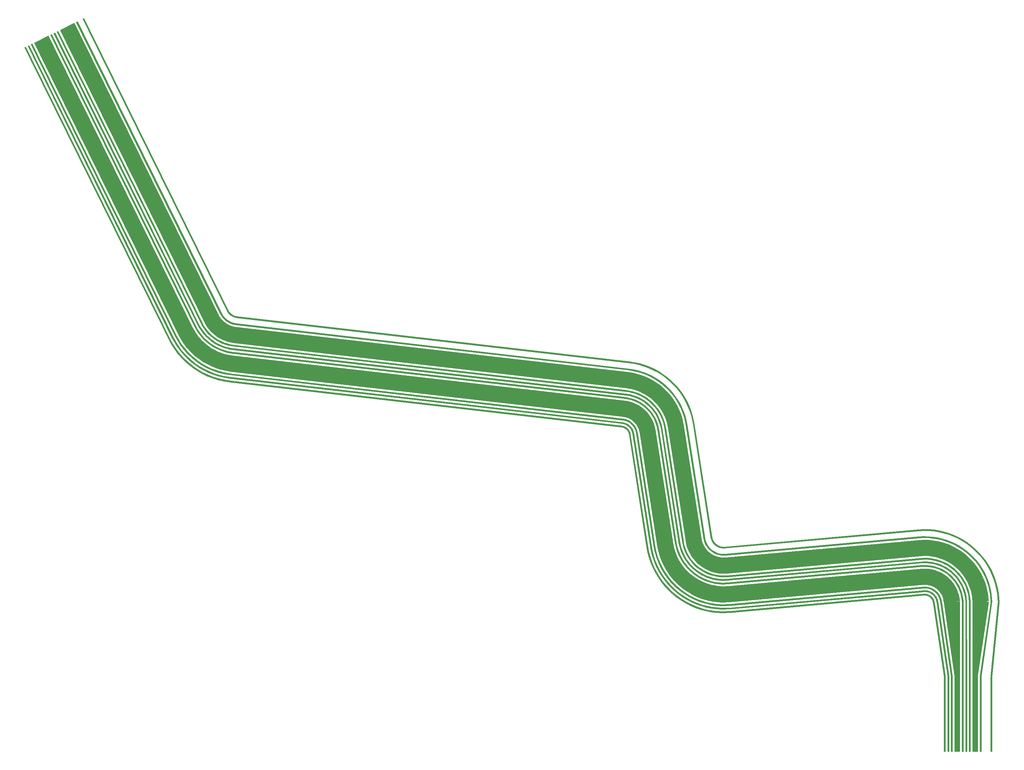
<source format=gbr>
G04 AutoGERB 2.0 for AutoCAD 14*
G04 RS274-X Output *
%FSLAX34Y34*%
%MOMM*%
%ADD12C,0.005000*%
%ADD13C,0.007000*%
G36*X830884Y2599521D02*X1231228Y1788546D01*X1232320Y1786516*X1233527Y1784603*X1234864Y1782779*X1236324Y1781053*X1237901Y1779433*X1239588Y1777925*X1241374Y1776539*X1243254Y1775280*X1245215Y1774155*X1247250Y1773170*X1249349Y1772328*X1251502Y1771634*X1253683Y1771095*X1256725Y1770600*X2345990Y1645016*X2360225Y1642872*X2374319Y1639732*X2388160Y1635620*X2401682Y1630555*X2414819Y1624563*X2427507Y1617671*X2439686Y1609913*X2451295Y1601328*X2462279Y1591956*X2472585Y1581842*X2482162Y1571037*X2490965Y1559591*X2498951Y1547562*X2506080Y1535005*X2512320Y1521983*X2517639Y1508559*X2522020Y1494768*X2527210Y1470811*X2575917Y1157257*X2576351Y1154992*X2576928Y1152807*X2577657Y1150666*X2578533Y1148581*X2579552Y1146562*X2580709Y1144619*X2581998Y1142761*X2583413Y1140997*X2584947Y1139336*X2586593Y1137785*X2588343Y1136353*X2590189Y1135046*X2592121Y1133870*X2594130Y1132831*X2596206Y1131935*X2598340Y1131186*X2600521Y1130586*X2602737Y1130140*X2604980Y1129849*X2607210Y1129716*X2611015Y1129839*X3148224Y1178050*X3162599Y1178838*X3177037Y1178623*X3191424Y1177404*X3205692Y1175188*X3219772Y1171985*X3233595Y1167811*X3247093Y1162685*X3260202Y1156633*X3272860Y1149684*X3285003Y1141872*X3296574Y1133234*X3307516Y1123812*X3317775Y1113653*X3327304Y1102804*X3336056Y1091319*X3343986Y1079253*X3351060Y1066665*X3357240Y1053615*X3362499Y1040168*X3366809Y1026387*X3370149Y1012339*X3372509Y998070*X3374171Y976071*X3369186Y975695*X3367540Y997473*X3365244Y1011352*X3361984Y1025060*X3357778Y1038509*X3352647Y1051632*X3346615Y1064368*X3339713Y1076652*X3331973Y1088428*X3323433Y1099635*X3314134Y1110222*X3304121Y1120137*X3293443Y1129331*X3282152Y1137761*X3270301Y1145385*X3257949Y1152166*X3245156Y1158072*X3231982Y1163074*X3218493Y1167148*X3204753Y1170273*X3190829Y1172437*X3176788Y1173626*X3162698Y1173835*X3148585Y1173063*X2611320Y1124846*X2607141Y1124711*X2604509Y1124868*X2601922Y1125203*X2599362Y1125719*X2596847Y1126411*X2594385Y1127276*X2591989Y1128310*X2589670Y1129509*X2587442Y1130865*X2585312Y1132372*X2583292Y1134026*X2581392Y1135815*X2579622Y1137732*X2577989Y1139768*X2576502Y1141912*X2575167Y1144155*X2573992Y1146484*X2572980Y1148889*X2572139Y1151360*X2571472Y1153883*X2570990Y1156404*X2522293Y1469898*X2517183Y1493479*X2512926Y1506880*X2507735Y1519980*X2501647Y1532688*X2494690Y1544941*X2486896Y1556680*X2478305Y1567850*X2468958Y1578395*X2458902Y1588265*X2448182Y1597411*X2436853Y1605790*X2424968Y1613360*X2412586Y1620086*X2399765Y1625934*X2386569Y1630877*X2373062Y1634889*X2359308Y1637953*X2345331Y1640059*X1256038Y1765647*X1252680Y1766192*X1250133Y1766821*X1247650Y1767623*X1245227Y1768593*X1242878Y1769732*X1240615Y1771029*X1238447Y1772482*X1236385Y1774082*X1234440Y1775820*X1232619Y1777690*X1230933Y1779684*X1229392Y1781788*X1227999Y1783995*X1226783Y1786255*X826401Y2597308*X830884Y2599521*G37*G36*X803984Y2586239D02*X1204174Y1775578D01*X1206419Y1771403*X1208739Y1767727*X1211310Y1764219*X1214119Y1760899*X1217149Y1757785*X1220392Y1754887*X1223829Y1752220*X1227440Y1749801*X1231211Y1747639*X1235126Y1745743*X1239162Y1744124*X1243299Y1742790*X1247395Y1741778*X1253751Y1740745*X2342899Y1615174*X2354726Y1613392*X2366784Y1610706*X2378625Y1607188*X2390192Y1602855*X2401430Y1597729*X2412285Y1591833*X2422703Y1585197*X2432635Y1577852*X2442032Y1569834*X2450849Y1561182*X2459042Y1551938*X2466572Y1542147*X2473404Y1531856*X2479503Y1521114*X2484841Y1509975*X2489391Y1498490*X2493216Y1486453*X2497475Y1466792*X2546220Y1152996*X2547110Y1148340*X2548222Y1144137*X2549623Y1140021*X2551307Y1136013*X2553266Y1132130*X2555490Y1128393*X2557968Y1124821*X2560689Y1121430*X2563639Y1118236*X2566804Y1115255*X2570170Y1112500*X2573719Y1109986*X2577432Y1107726*X2581295Y1105730*X2585287Y1104006*X2589390Y1102565*X2593582Y1101412*X2597843Y1100555*X2602157Y1099995*X2606249Y1099751*X2614267Y1100010*X3151252Y1148201*X3163196Y1148856*X3175547Y1148671*X3187854Y1147629*X3200061Y1145734*X3212106Y1142993*X3223930Y1139422*X3235478Y1135037*X3246694Y1129861*X3257522Y1123915*X3267910Y1117232*X3277808Y1109843*X3287169Y1101782*X3295946Y1093091*X3304097Y1083810*X3311584Y1073985*X3318369Y1063663*X3324420Y1052894*X3329708Y1041730*X3334205Y1030226*X3337892Y1018438*X3340751Y1006420*X3342795Y994061*X3344093Y977654*X3299232Y974115*X3298086Y988606*X3296610Y997531*X3294477Y1006499*X3291724Y1015299*X3288367Y1023885*X3284421Y1032217*X3279906Y1040254*X3274841Y1047958*X3269254Y1055291*X3263169Y1062218*X3256618Y1068705*X3249633Y1074720*X3242245Y1080235*X3234491Y1085224*X3226411Y1089660*X3218041Y1093524*X3209421Y1096797*X3200595Y1099462*X3191606Y1101507*X3182497Y1102922*X3173310Y1103700*X3164091Y1103837*X3154495Y1103312*X2617006Y1055075*X2605634Y1054708*X2597918Y1055168*X2590500Y1056130*X2583165Y1057607*X2575951Y1059590*X2568892Y1062071*X2562024Y1065035*X2555377Y1068471*X2548986Y1072361*X2542881Y1076685*X2537093Y1081422*X2531646Y1086551*X2526570Y1092047*X2521887Y1097884*X2517623Y1104032*X2513797Y1110459*X2510426Y1117138*X2507528Y1124036*X2505117Y1131118*X2503205Y1138351*X2501873Y1145315*X2453212Y1458567*X2449685Y1474850*X2446978Y1483371*X2443582Y1491942*X2439598Y1500257*X2435047Y1508273*X2429947Y1515954*X2424327Y1523263*X2418212Y1530161*X2411631Y1536619*X2404618Y1542603*X2397206Y1548084*X2389430Y1553038*X2381329Y1557438*X2372941Y1561264*X2364308Y1564497*X2355471Y1567123*X2346473Y1569127*X2336968Y1570559*X1247558Y1696160*X1238374Y1697655*X1230986Y1699479*X1223863Y1701775*X1216921Y1704560*X1210188Y1707820*X1203697Y1711542*X1197480Y1715707*X1191571Y1720292*X1185994Y1725276*X1180774Y1730640*X1175943Y1736352*X1171520Y1742384*X1167526Y1748712*X1164169Y1754957*X763633Y2566320*X803984Y2586239*G37*G36*X759148Y2564108D02*X1159493Y1753133D01*X1163221Y1746200*X1167399Y1739580*X1172027Y1733267*X1177083Y1727290*X1182542Y1721679*X1188380Y1716462*X1194564Y1711664*X1201069Y1707307*X1207859Y1703414*X1214905Y1700001*X1222170Y1697087*X1229622Y1694686*X1237208Y1692811*X1247563Y1691126*X2336827Y1565543*X2345557Y1564228*X2354218Y1562298*X2362723Y1559771*X2371031Y1556659*X2379103Y1552977*X2386900Y1548743*X2394383Y1543976*X2401516Y1538701*X2408265Y1532942*X2414599Y1526727*X2420483Y1520088*X2425892Y1513055*X2430799Y1505663*X2435180Y1497947*X2439014Y1489946*X2442282Y1481697*X2444978Y1473212*X2448158Y1458531*X2496866Y1144977*X2498344Y1137245*X2500345Y1129678*X2502868Y1122267*X2505901Y1115049*X2509427Y1108060*X2513431Y1101334*X2517893Y1094902*X2522792Y1088796*X2528103Y1083045*X2533802Y1077677*X2539860Y1072719*X2546248Y1068195*X2552936Y1064125*X2559890Y1060530*X2567077Y1057428*X2574463Y1054833*X2582011Y1052758*X2589686Y1051212*X2597449Y1050205*X2605235Y1049742*X2618166Y1050159*X3155375Y1098370*X3164191Y1098854*X3173062Y1098721*X3181903Y1097972*X3190670Y1096611*X3199321Y1094643*X3207815Y1092078*X3216109Y1088928*X3224164Y1085210*X3231942Y1080940*X3239403Y1076140*X3246513Y1070832*X3253237Y1065042*X3259540Y1058800*X3265396Y1052134*X3270773Y1045076*X3275646Y1037663*X3279993Y1029927*X3283790Y1021909*X3287021Y1013646*X3289669Y1005178*X3291723Y996546*X3293173Y987779*X3294138Y976088*X3289155Y975677*X3288206Y987164*X3286818Y995559*X3284846Y1003851*X3282300Y1011987*X3279197Y1019926*X3275548Y1027630*X3271373Y1035062*X3266690Y1042185*X3261525Y1048965*X3255899Y1055369*X3249842Y1061367*X3243382Y1066929*X3236552Y1072029*X3229383Y1076641*X3221911Y1080743*X3214172Y1084315*X3206202Y1087341*X3198042Y1089806*X3189731Y1091696*X3181308Y1093005*X3172813Y1093724*X3164290Y1093851*X3155736Y1093383*X2618471Y1045166*X2605168Y1044737*X2596978Y1045224*X2588869Y1046277*X2580854Y1047891*X2572970Y1050058*X2565256Y1052769*X2557749Y1056009*X2550485Y1059764*X2543501Y1064014*X2536829Y1068740*X2530501Y1073918*X2524548Y1079524*X2519001Y1085531*X2513884Y1091909*X2509224Y1098627*X2505042Y1105653*X2501358Y1112952*X2498191Y1120490*X2495556Y1128231*X2493465Y1136136*X2491939Y1144124*X2443241Y1457618*X2440141Y1471923*X2437569Y1480018*X2434429Y1487943*X2430747Y1495630*X2426538Y1503042*X2421823Y1510144*X2416626Y1516901*X2410972Y1523280*X2404888Y1529251*X2398403Y1534784*X2391550Y1539853*X2384361Y1544432*X2376870Y1548500*X2369114Y1552038*X2361132Y1555028*X2352961Y1557455*X2344640Y1559309*X2336168Y1560586*X1246874Y1686173*X1236205Y1687908*X1228253Y1689873*X1220471Y1692382*X1212882Y1695426*X1205524Y1698989*X1198430Y1703056*X1191637Y1707607*X1185177Y1712619*X1179081Y1718068*X1173378Y1723927*X1168098Y1730170*X1163264Y1736765*X1158900Y1743679*X1155048Y1750842*X754665Y2561895*X759148Y2564108*G37*G36*X750182Y2559682D02*X1150526Y1748707D01*X1154583Y1741161*X1159133Y1733952*X1164172Y1727078*X1169678Y1720570*X1175623Y1714460*X1181979Y1708779*X1188713Y1703555*X1195796Y1698811*X1203191Y1694571*X1210862Y1690854*X1218773Y1687682*X1226887Y1685067*X1235148Y1683026*X1246418Y1681192*X2335682Y1555609*X2343724Y1554397*X2351705Y1552619*X2359543Y1550290*X2367200Y1547422*X2374639Y1544029*X2381824Y1540127*X2388720Y1535733*X2395294Y1530872*X2401514Y1525565*X2407350Y1519838*X2412773Y1513719*X2417758Y1507238*X2422281Y1500426*X2426317Y1493315*X2429851Y1485941*X2432862Y1478341*X2435348Y1470518*X2438277Y1456996*X2486984Y1143442*X2488594Y1135027*X2490772Y1126786*X2493519Y1118717*X2496821Y1110858*X2500661Y1103247*X2505021Y1095923*X2509880Y1088919*X2515214Y1082270*X2520998Y1076009*X2527203Y1070164*X2533800Y1064765*X2540756Y1059838*X2548038Y1055406*X2555610Y1051492*X2563436Y1048114*X2571478Y1045289*X2579697Y1043029*X2588054Y1041348*X2596507Y1040250*X2604989Y1039745*X2619060Y1040199*X3156269Y1088410*X3164390Y1088856*X3172566Y1088733*X3180712Y1088043*X3188792Y1086789*X3196765Y1084975*X3204593Y1082611*X3212236Y1079709*X3219659Y1076282*X3226827Y1072347*X3233703Y1067923*X3240256Y1063032*X3246452Y1057696*X3252261Y1051943*X3257657Y1045800*X3262613Y1039297*X3267104Y1032464*X3271110Y1025335*X3274609Y1017946*X3277587Y1010331*X3280027Y1002527*X3281919Y994572*X3283255Y986493*X3284131Y976092*X3279148Y975674*X3278290Y985874*X3277014Y993585*X3275202Y1001200*X3272866Y1008672*X3270016Y1015963*X3266665Y1023038*X3262831Y1029863*X3258530Y1036404*X3253786Y1042631*X3248620Y1048512*X3243057Y1054021*X3237125Y1059129*X3230852Y1063812*X3224268Y1068048*X3217406Y1071815*X3210299Y1075096*X3202980Y1077874*X3195486Y1080138*X3187853Y1081874*X3180117Y1083076*X3172317Y1083736*X3164489Y1083853*X3156630Y1083423*X2619365Y1035206*X2604920Y1034740*X2596036Y1035269*X2587237Y1036411*X2578540Y1038162*X2569985Y1040514*X2561615Y1043455*X2553469Y1046971*X2545587Y1051045*X2538007Y1055657*X2530767Y1060786*X2523902Y1066405*X2517443Y1072488*X2511423Y1079005*X2505871Y1085926*X2500814Y1093216*X2496276Y1100840*X2492278Y1108761*X2488842Y1116940*X2485983Y1125339*X2483715Y1133918*X2482057Y1142589*X2433358Y1456083*X2430511Y1469229*X2428149Y1476660*X2425266Y1483938*X2421884Y1490998*X2418018Y1497805*X2413689Y1504327*X2408916Y1510532*X2403723Y1516391*X2398137Y1521874*X2392181Y1526955*X2385887Y1531610*X2379285Y1535816*X2372406Y1539552*X2365283Y1542801*X2357952Y1545547*X2350448Y1547776*X2342807Y1549478*X2335023Y1550652*X1245729Y1676239*X1234145Y1678123*X1225518Y1680254*X1217074Y1682977*X1208839Y1686279*X1200854Y1690146*X1193157Y1694560*X1185786Y1699498*X1178776Y1704936*X1172162Y1710849*X1165973Y1717207*X1160243Y1723981*X1154998Y1731137*X1150262Y1738640*X1146081Y1746416*X745699Y2557469*X750182Y2559682*G37*G36*X741215Y2555255D02*X1141559Y1744280D01*X1145946Y1736121*X1150867Y1728324*X1156318Y1720889*X1162273Y1713850*X1168703Y1707241*X1175578Y1701097*X1182862Y1695445*X1190523Y1690314*X1198521Y1685728*X1206819Y1681708*X1215376Y1678276*X1224152Y1675448*X1233089Y1673240*X1245272Y1671258*X2334537Y1545674*X2341890Y1544567*X2349192Y1542940*X2356363Y1540809*X2363369Y1538185*X2370174Y1535081*X2376748Y1531511*X2383057Y1527491*X2389072Y1523044*X2394762Y1518188*X2400102Y1512949*X2405063Y1507351*X2409624Y1501421*X2413762Y1495189*X2417454Y1488683*X2420688Y1481937*X2423443Y1474982*X2425717Y1467824*X2428395Y1455461*X2477103Y1141907*X2478843Y1132808*X2481199Y1123895*X2484171Y1115167*X2487742Y1106666*X2491895Y1098435*X2496611Y1090512*X2501867Y1082937*X2507637Y1075745*X2513892Y1068972*X2520604Y1062650*X2527739Y1056811*X2535264Y1051482*X2543140Y1046688*X2551330Y1042455*X2559795Y1038801*X2568494Y1035745*X2577384Y1033301*X2586423Y1031481*X2595566Y1030294*X2604742Y1029748*X2619954Y1030239*X3157162Y1078450*X3164589Y1078858*X3172069Y1078746*X3179522Y1078114*X3186914Y1076967*X3194209Y1075307*X3201370Y1073145*X3208363Y1070489*X3215155Y1067354*X3221712Y1063754*X3228003Y1059706*X3233998Y1055231*X3239667Y1050350*X3244982Y1045087*X3249918Y1039466*X3254453Y1033517*X3258561Y1027265*X3262226Y1020743*X3265428Y1013983*X3268152Y1007016*X3270384Y999876*X3272116Y992598*X3273338Y985208*X3274122Y976097*X3269141Y975669*X3268373Y984585*X3267211Y991611*X3265561Y998549*X3263431Y1005357*X3260835Y1012000*X3257781Y1018446*X3254288Y1024664*X3250370Y1030624*X3246047Y1036297*X3241341Y1041656*X3236272Y1046675*X3230867Y1051328*X3225152Y1055595*X3219153Y1059455*X3212902Y1062887*X3206426Y1065876*X3199757Y1068408*X3192930Y1070470*X3185975Y1072052*X3178927Y1073147*X3171820Y1073749*X3164688Y1073855*X3157523Y1073463*X2620259Y1025246*X2604673Y1024743*X2595095Y1025313*X2585606Y1026546*X2576227Y1028434*X2567001Y1030970*X2557974Y1034142*X2549189Y1037934*X2540689Y1042327*X2532515Y1047301*X2524708Y1052832*X2517303Y1058891*X2510337Y1065451*X2503846Y1072480*X2497858Y1079944*X2492404Y1087805*X2487510Y1096028*X2483199Y1104569*X2479494Y1113390*X2476410Y1122448*X2473964Y1131699*X2472176Y1141054*X2423478Y1454548*X2420880Y1466535*X2418730Y1473303*X2416103Y1479934*X2413021Y1486366*X2409499Y1492568*X2405555Y1498510*X2401206Y1504164*X2396475Y1509502*X2391385Y1514497*X2385959Y1519127*X2380224Y1523368*X2374209Y1527200*X2367941Y1530604*X2361452Y1533564*X2354772Y1536066*X2347935Y1538097*X2340973Y1539648*X2333878Y1540717*X1244583Y1666305*X1232086Y1668337*X1222783Y1670635*X1213677Y1673571*X1204796Y1677133*X1196184Y1681303*X1187884Y1686063*X1179935Y1691388*X1172375Y1697254*X1165242Y1703630*X1158568Y1710487*X1152389Y1717792*X1146732Y1725509*X1141625Y1733600*X1137114Y1741989*X736732Y2553042*X741215Y2555255*G37*G36*X732249Y2550826D02*X1132437Y1740166D01*X1137319Y1731089*X1142611Y1722703*X1148473Y1714707*X1154877Y1707138*X1161792Y1700031*X1169184Y1693424*X1177018Y1687346*X1185255Y1681828*X1193857Y1676896*X1202780Y1672574*X1211982Y1668883*X1221419Y1665842*X1230921Y1663494*X1244588Y1661271*X2333737Y1535701*X2340060Y1534747*X2346682Y1533272*X2353186Y1531340*X2359540Y1528961*X2365715Y1526144*X2371678Y1522905*X2377403Y1519259*X2382858Y1515224*X2388018Y1510821*X2392861Y1506068*X2397364Y1500988*X2401499Y1495611*X2405252Y1489959*X2408603Y1484057*X2411536Y1477936*X2414034Y1471628*X2416173Y1464896*X2418423Y1454512*X2467168Y1140716*X2469103Y1130594*X2471638Y1121008*X2474834Y1111621*X2478674Y1102480*X2483140Y1093628*X2488211Y1085109*X2493863Y1076963*X2500069Y1069228*X2506796Y1061944*X2514013Y1055146*X2521685Y1048867*X2529777Y1043136*X2538247Y1037982*X2547055Y1033429*X2556158Y1029500*X2565513Y1026213*X2575074Y1023584*X2584793Y1021628*X2594626Y1020351*X2604274Y1019777*X2621418Y1020330*X3158404Y1068522*X3164787Y1068871*X3171571Y1068770*X3178335Y1068197*X3185037Y1067156*X3191654Y1065652*X3198152Y1063689*X3204495Y1061280*X3210655Y1058437*X3216603Y1055171*X3222309Y1051501*X3227748Y1047440*X3232889Y1043013*X3237711Y1038239*X3242189Y1033140*X3246302Y1027743*X3250030Y1022072*X3253353Y1016157*X3256258Y1010023*X3258728Y1003703*X3260753Y997229*X3262414Y990248*X3263905Y978781*X3219279Y972988*X3218093Y982117*X3217338Y985290*X3216247Y988778*X3214917Y992180*X3213354Y995480*X3211565Y998663*X3209559Y1001716*X3207346Y1004621*X3204936Y1007364*X3202340Y1009934*X3199571Y1012319*X3196646Y1014502*X3193574Y1016478*X3190372Y1018236*X3187056Y1019767*X3183641Y1021064*X3180147Y1022119*X3176586Y1022929*X3172974Y1023490*X3169336Y1023799*X3165684Y1023852*X3161645Y1023631*X2624157Y975395*X2603661Y974734*X2590387Y975524*X2577448Y977203*X2564655Y979779*X2552074Y983238*X2539763Y987563*X2527784Y992734*X2516192Y998725*X2505046Y1005509*X2494398Y1013050*X2484300Y1021315*X2474801Y1030261*X2465948Y1039847*X2457784Y1050024*X2450346Y1060744*X2443671Y1071957*X2437793Y1083607*X2432739Y1095636*X2428535Y1107989*X2425198Y1120603*X2422821Y1133035*X2374160Y1446287*X2372642Y1453295*X2371621Y1456511*X2370275Y1459907*X2368698Y1463200*X2366895Y1466374*X2364874Y1469418*X2362647Y1472315*X2360226Y1475047*X2357619Y1477604*X2354839Y1479975*X2351902Y1482148*X2348823Y1484110*X2345614Y1485853*X2342291Y1487368*X2338871Y1488649*X2335369Y1489689*X2331803Y1490484*X2327804Y1491086*X1238395Y1616686*X1221896Y1619371*X1209106Y1622531*X1196687Y1626534*X1184575Y1631391*X1172832Y1637079*X1161512Y1643569*X1150671Y1650831*X1140363Y1658829*X1130633Y1667526*X1121534Y1676877*X1113106Y1686838*X1105392Y1697362*X1098428Y1708396*X1092434Y1719543*X691898Y2530907*X732249Y2550826*G37*G36*X687413Y2528695D02*X1087758Y1717721D01*X1094122Y1705885*X1101271Y1694557*X1109190Y1683754*X1117842Y1673527*X1127184Y1663927*X1137171Y1655000*X1147755Y1646789*X1158884Y1639334*X1170505Y1632671*X1182560Y1626832*X1194992Y1621846*X1207742Y1617737*X1220732Y1614527*X1238400Y1611653*X2327664Y1486069*X2330890Y1485584*X2334116Y1484865*X2337285Y1483923*X2340380Y1482764*X2343387Y1481392*X2346292Y1479814*X2349080Y1478038*X2351738Y1476073*X2354252Y1473928*X2356612Y1471612*X2358804Y1469139*X2360819Y1466519*X2362648Y1463765*X2364279Y1460890*X2365708Y1457909*X2366925Y1454836*X2367935Y1451657*X2369106Y1446252*X2417814Y1132697*X2420338Y1119497*X2423762Y1106548*X2428079Y1093868*X2433267Y1081518*X2439301Y1069558*X2446153Y1058048*X2453788Y1047042*X2462171Y1036594*X2471259Y1026754*X2481010Y1017570*X2491377Y1009086*X2502307Y1001344*X2513751Y994380*X2525650Y988229*X2537948Y982920*X2550586Y978480*X2563502Y974930*X2576634Y972286*X2589918Y970562*X2603262Y969767*X2625317Y970480*X3162525Y1018690*X3165783Y1018869*X3169087Y1018820*X3172381Y1018541*X3175648Y1018033*X3178871Y1017300*X3182035Y1016345*X3185125Y1015172*X3188127Y1013786*X3191024Y1012195*X3193803Y1010407*X3196453Y1008430*X3198958Y1006272*X3201307Y1003947*X3203487Y1001463*X3205491Y998835*X3207306Y996072*X3208926Y993190*X3210340Y990203*X3211544Y987125*X3212530Y983970*X3213300Y980737*X3213974Y976254*X3209029Y975512*X3208387Y979784*X3207707Y982643*X3206823Y985466*X3205747Y988220*X3204481Y990893*X3203033Y993471*X3201408Y995942*X3199616Y998294*X3197664Y1000516*X3195563Y1002597*X3193322Y1004527*X3190952Y1006296*X3188465Y1007896*X3185872Y1009319*X3183188Y1010559*X3180424Y1011608*X3177592Y1012463*X3174709Y1013120*X3171786Y1013574*X3168840Y1013823*X3165882Y1013866*X3162886Y1013703*X2625622Y965487*X2603193Y964762*X2589447Y965581*X2575817Y967349*X2562345Y970063*X2549093Y973705*X2536127Y978261*X2523509Y983708*X2511300Y990019*X2499560Y997163*X2488344Y1005107*X2477709Y1013811*X2467704Y1023233*X2458380Y1033329*X2449779Y1044049*X2441946Y1055341*X2434916Y1067151*X2428724Y1079421*X2423402Y1092091*X2418973Y1105101*X2415459Y1118388*X2412887Y1131844*X2364189Y1445337*X2363098Y1450368*X2362212Y1453157*X2361123Y1455906*X2359846Y1458573*X2358385Y1461144*X2356750Y1463608*X2354947Y1465952*X2352985Y1468165*X2350875Y1470237*X2348625Y1472156*X2346247Y1473915*X2343753Y1475503*X2341154Y1476915*X2338463Y1478143*X2335694Y1479180*X2332859Y1480022*X2329973Y1480665*X2327005Y1481112*X1237711Y1606700*X1219729Y1609624*X1206373Y1612924*X1193293Y1617141*X1180537Y1622257*X1168168Y1628246*X1156245Y1635083*X1144828Y1642732*X1133968Y1651157*X1123723Y1660316*X1114137Y1670164*X1105261Y1680657*X1097136Y1691742*X1089801Y1703364*X1083313Y1715430*X682930Y2526482*X687413Y2528695*G37*G36*X678446Y2524269D02*X1078791Y1713294D01*X1085485Y1700845*X1093005Y1688929*X1101336Y1677565*X1110437Y1666807*X1120264Y1656708*X1130770Y1647317*X1141903Y1638680*X1153611Y1630837*X1165834Y1623829*X1178517Y1617686*X1191595Y1612441*X1205007Y1608118*X1218673Y1604741*X1237254Y1601719*X2326519Y1476135*X2329056Y1475753*X2331604Y1475186*X2334105Y1474442*X2336549Y1473527*X2338924Y1472444*X2341216Y1471198*X2343417Y1469796*X2345515Y1468245*X2347501Y1466551*X2349362Y1464723*X2351094Y1462771*X2352685Y1460702*X2354129Y1458527*X2355416Y1456258*X2356545Y1453905*X2357506Y1451478*X2358305Y1448962*X2359225Y1444716*X2407932Y1131162*X2410587Y1117280*X2414189Y1103657*X2418730Y1090318*X2424188Y1077326*X2430536Y1064746*X2437743Y1052638*X2445775Y1041060*X2454593Y1030069*X2464154Y1019718*X2474411Y1010056*X2485316Y1001131*X2496814Y992987*X2508852Y985661*X2521370Y979191*X2534307Y973607*X2547601Y968936*X2561188Y965201*X2575003Y962420*X2588976Y960606*X2603014Y959770*X2626210Y960520*X3163419Y1008730*X3165982Y1008871*X3168590Y1008832*X3171191Y1008612*X3173770Y1008212*X3176315Y1007633*X3178813Y1006877*X3181252Y1005952*X3183621Y1004858*X3185909Y1003602*X3188103Y1002190*X3190195Y1000629*X3192173Y998926*X3194026Y997090*X3195749Y995130*X3197331Y993053*X3198763Y990873*X3200041Y988599*X3201159Y986240*X3202110Y983809*X3202889Y981319*X3203492Y978780*X3203903Y976290*X3198970Y975476*X3198587Y977793*X3198064Y979992*X3197389Y982150*X3196566Y984257*X3195598Y986300*X3194490Y988272*X3193248Y990162*X3191878Y991961*X3190385Y993659*X3188778Y995251*X3187064Y996726*X3185252Y998079*X3183350Y999303*X3181368Y1000391*X3179315Y1001339*X3177200Y1002142*X3175036Y1002796*X3172831Y1003297*X3170596Y1003645*X3168343Y1003835*X3166081Y1003868*X3163780Y1003743*X2626515Y955527*X2602947Y954765*X2588505Y955625*X2574186Y957485*X2560031Y960334*X2546108Y964161*X2532486Y968948*X2519229Y974670*X2506401Y981300*X2494067Y988806*X2482283Y997152*X2471110Y1006297*X2460599Y1016197*X2450802Y1026804*X2441766Y1038067*X2433536Y1049931*X2426151Y1062339*X2419645Y1075229*X2414053Y1088541*X2409400Y1102210*X2405708Y1116169*X2403005Y1130309*X2354306Y1443803*X2353468Y1447673*X2352793Y1449799*X2351960Y1451902*X2350983Y1453941*X2349866Y1455908*X2348616Y1457791*X2347237Y1459584*X2345737Y1461276*X2344122Y1462860*X2342402Y1464328*X2340584Y1465673*X2338677Y1466887*X2336689Y1467967*X2334632Y1468906*X2332514Y1469699*X2330347Y1470343*X2328139Y1470834*X2325860Y1471178*X1236567Y1596766*X1217670Y1599838*X1203638Y1603305*X1189896Y1607736*X1176494Y1613111*X1163499Y1619404*X1150972Y1626586*X1138976Y1634623*X1127567Y1643474*X1116803Y1653097*X1106732Y1663444*X1097407Y1674468*X1088870Y1686114*X1081164Y1698324*X1074346Y1711003*X673963Y2522056*X678446Y2524269*G37*G36*X669479Y2519842D02*X1069824Y1708868D01*X1076847Y1695806*X1084739Y1683301*X1093481Y1671376*X1103032Y1660087*X1113345Y1649489*X1124369Y1639634*X1136052Y1630570*X1148338Y1622341*X1161166Y1614986*X1174474Y1608540*X1188197Y1603035*X1202272Y1598500*X1216613Y1594956*X1236110Y1591784*X2325374Y1466201*X2327223Y1465923*X2329091Y1465506*X2330924Y1464961*X2332718Y1464290*X2334459Y1463496*X2336140Y1462582*X2337754Y1461554*X2339293Y1460416*X2340748Y1459174*X2342114Y1457834*X2343384Y1456402*X2344551Y1454885*X2345610Y1453291*X2346555Y1451626*X2347381Y1449900*X2348086Y1448122*X2348675Y1446268*X2349344Y1443181*X2398051Y1129627*X2400836Y1115061*X2404616Y1100766*X2409381Y1086768*X2415109Y1073135*X2421770Y1059933*X2429333Y1047227*X2437762Y1035078*X2447015Y1023544*X2457048Y1012682*X2467812Y1002543*X2479256Y993177*X2491322Y984631*X2503954Y976943*X2517090Y970153*X2530666Y964294*X2544617Y959392*X2558875Y955473*X2573371Y952554*X2588035Y950651*X2602768Y949774*X2627104Y950560*X3164313Y998770*X3166181Y998873*X3168093Y998844*X3170001Y998683*X3171892Y998390*X3173758Y997965*X3175591Y997411*X3177380Y996732*X3179116Y995930*X3180794Y995009*X3182403Y993974*X3183937Y992829*X3185387Y991580*X3186747Y990234*X3188010Y988796*X3189170Y987273*X3190221Y985674*X3191159Y984006*X3191978Y982276*X3192675Y980493*X3193249Y978657*X3193756Y976439*X3188881Y975326*X3188418Y977352*X3187954Y978836*X3187385Y980293*X3186714Y981709*X3185948Y983073*X3185087Y984382*X3184139Y985627*X3183106Y986803*X3181994Y987905*X3180806Y988926*X3179552Y989863*X3178235Y990710*X3176863Y991463*X3175441Y992119*X3173978Y992676*X3172479Y993128*X3170953Y993475*X3169406Y993716*X3167846Y993847*X3166280Y993870*X3164674Y993783*X2627409Y945567*X2602699Y944769*X2587564Y945670*X2572554Y947619*X2557718Y950606*X2543124Y954617*X2528845Y959635*X2514949Y965632*X2501503Y972582*X2488575Y980450*X2476223Y989198*X2464511Y998784*X2453493Y1009161*X2443224Y1020279*X2433753Y1032085*X2425126Y1044520*X2417385Y1057526*X2410566Y1071038*X2404704Y1084991*X2399827Y1099319*X2395957Y1113952*X2393124Y1128774*X2344425Y1442268*X2343838Y1444979*X2343373Y1446441*X2342796Y1447897*X2342120Y1449309*X2341347Y1450670*X2340482Y1451974*X2339527Y1453215*X2338489Y1454387*X2337371Y1455483*X2336180Y1456499*X2334921Y1457431*X2333601Y1458271*X2332224Y1459019*X2330801Y1459669*X2329335Y1460218*X2327834Y1460663*X2326306Y1461004*X2324715Y1461244*X1235421Y1586831*X1215610Y1590053*X1200903Y1593687*X1186498Y1598330*X1172451Y1603965*X1158829Y1610561*X1145699Y1618090*X1133125Y1626513*X1121166Y1635791*X1109882Y1645878*X1099327Y1656724*X1089552Y1668279*X1080604Y1680486*X1072526Y1693285*X1065379Y1706577*X664996Y2517629*X669479Y2519842*G37*G36*X812950Y2590668D02*X1213294Y1779693D01*X1215045Y1776437*X1216995Y1773347*X1219154Y1770401*X1221514Y1767613*X1224062Y1764994*X1226786Y1762559*X1229672Y1760320*X1232707Y1758287*X1235876Y1756470*X1239164Y1754877*X1242554Y1753517*X1246032Y1752397*X1249564Y1751524*X1254434Y1750732*X2343699Y1625148*X2356558Y1623211*X2369294Y1620374*X2381801Y1616658*X2394019Y1612081*X2405890Y1606666*X2417355Y1600439*X2428360Y1593429*X2438850Y1585671*X2448775Y1577202*X2458089Y1568064*X2466743Y1558300*X2474697Y1547957*X2481914Y1537087*X2488355Y1525740*X2493994Y1513974*X2498800Y1501844*X2502760Y1489379*X2507448Y1467741*X2556154Y1154187*X2556849Y1150557*X2557783Y1147025*X2558960Y1143566*X2560375Y1140198*X2562021Y1136936*X2563889Y1133797*X2565972Y1130796*X2568258Y1127947*X2570736Y1125262*X2573395Y1122758*X2576222Y1120444*X2579203Y1118333*X2582325Y1116433*X2585570Y1114756*X2588924Y1113308*X2592370Y1112098*X2595893Y1111129*X2599475Y1110408*X2603097Y1109938*X2606716Y1109723*X2612803Y1109919*X3150012Y1158130*X3162997Y1158842*X3176043Y1158647*X3189044Y1157546*X3201936Y1155544*X3214659Y1152650*X3227150Y1148878*X3239347Y1144246*X3251193Y1138778*X3262631Y1132498*X3273603Y1125439*X3284059Y1117634*X3293946Y1109120*X3303217Y1099940*X3311827Y1090137*X3319735Y1079758*X3326901Y1068856*X3333293Y1057480*X3338878Y1045689*X3343629Y1033537*X3347523Y1021085*X3350543Y1008391*X3352675Y995497*X3354166Y976074*X3349181Y975692*X3347706Y994896*X3345638Y1007404*X3342700Y1019758*X3338908Y1031878*X3334285Y1043706*X3328848Y1055183*X3322628Y1066255*X3315652Y1076867*X3307956Y1086968*X3299576Y1096509*X3290551Y1105445*X3280928Y1113731*X3270752Y1121328*X3260072Y1128199*X3248940Y1134311*X3237410Y1139633*X3225537Y1144141*X3213380Y1147813*X3200997Y1150629*X3188449Y1152579*X3175794Y1153650*X3163096Y1153839*X3150373Y1153143*X2613108Y1104926*X2606649Y1104718*X2602626Y1104957*X2598658Y1105473*X2594736Y1106262*X2590877Y1107323*X2587103Y1108649*X2583429Y1110235*X2579874Y1112072*X2576456Y1114152*X2573191Y1116465*X2570094Y1118999*X2567181Y1121743*X2564467Y1124682*X2561963Y1127803*X2559682Y1131090*X2557636Y1134529*X2555832Y1138101*X2554283Y1141791*X2552994Y1145578*X2551970Y1149446*X2551227Y1153334*X2502529Y1466828*X2497923Y1488090*X2494087Y1500165*X2489409Y1511971*X2483922Y1523423*X2477651Y1534466*X2470628Y1545046*X2462886Y1555113*X2454462Y1564617*X2445398Y1573511*X2435737Y1581754*X2425527Y1589306*X2414816Y1596128*X2403657Y1602189*X2392102Y1607460*X2380210Y1611915*X2368037Y1615531*X2355641Y1618292*X2343040Y1620191*X1253747Y1745779*X1248561Y1746621*X1244663Y1747584*X1240855Y1748812*X1237141Y1750302*X1233541Y1752045*X1230068Y1754036*X1226745Y1756263*X1223583Y1758716*X1220599Y1761383*X1217809Y1764250*X1215225Y1767304*X1212860Y1770532*X1210724Y1773916*X1208849Y1777402*X808467Y2588455*X812950Y2590668*G37*G36*X3374167Y975642D02*X3354217Y768939D01*X3349240Y769420*X3369190Y976122*X3374167Y975642*G37*G36*X3193792Y976247D02*X3224228Y770086D01*X3224228Y559902*X3219229Y559903*X3219229Y769719*X3188845Y975517*X3193792Y976247*G37*G36*X3203910Y976246D02*X3234228Y770085D01*X3234228Y559902*X3229229Y559903*X3229229Y769720*X3198963Y975519*X3203910Y976246*G37*G36*X3213975Y976245D02*X3244228Y770085D01*X3244228Y559902*X3239229Y559903*X3239229Y769720*X3209028Y975519*X3213975Y976245*G37*G36*X3274131Y975883D02*X3274228Y769903D01*X3269229Y769902*X3269132Y975881*X3274131Y975883*G37*G36*X3274228Y769902D02*X3274228Y559902D01*X3269229Y559903*X3269229Y769902*X3274228Y769902*G37*G36*X3284139Y975883D02*X3284228Y769903D01*X3279229Y769902*X3279140Y975881*X3284139Y975883*G37*G36*X3284228Y769902D02*X3284228Y559902D01*X3279229Y559903*X3279229Y769902*X3284228Y769902*G37*G36*X3294146Y975883D02*X3294228Y769903D01*X3289229Y769902*X3289147Y975881*X3294146Y975883*G37*G36*X3294228Y769902D02*X3294228Y559902D01*X3289229Y559903*X3289229Y769902*X3294228Y769902*G37*G36*X3264032Y977529D02*X3264228Y746816D01*X3264228Y559902*X3249229Y559905*X3249229Y769490*X3219153Y974231*X3264032Y977529*G37*G36*X3344378Y976088D02*X3314228Y772862D01*X3314228Y559902*X3299229Y559905*X3299229Y935482*X3299223Y979416*X3344378Y976088*G37*G36*X3354419Y977395D02*X3324228Y769722D01*X3324228Y559902*X3319229Y559903*X3319229Y770083*X3349471Y978114*X3354419Y977395*G37*G54D12*X3241729Y559903D02*X3241729Y773277D01*G54D12*X3231729Y559903D02*X3231729Y773277D01*G54D12*X3221729Y559903D02*X3221729Y773277D01*G54D12*X3281729Y559903D02*X3281729Y773277D01*G54D12*X3291729Y559903D02*X3291729Y773277D01*G54D12*X3271729Y559903D02*X3271729Y773277D01*G54D12*X3256729Y559903D02*X3256729Y773277D01*G54D12*X3306729Y559903D02*X3306729Y773277D01*G54D12*X3321729Y559903D02*X3321729Y773277D01*G36*X3354228Y769179D02*X3354228Y559902D01*X3349229Y559903*X3349229Y769179*X3354228Y769179*G37*M02*
</source>
